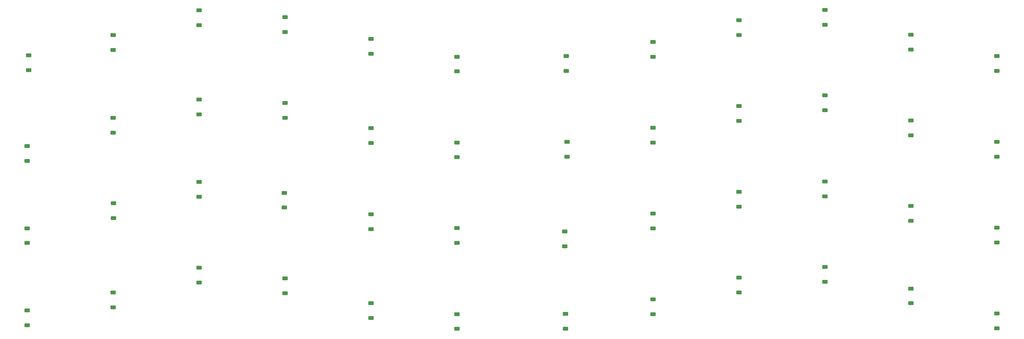
<source format=gbr>
%TF.GenerationSoftware,KiCad,Pcbnew,9.0.7*%
%TF.CreationDate,2026-02-10T15:30:13+05:30*%
%TF.ProjectId,Tao Te Ching,54616f20-5465-4204-9368-696e672e6b69,rev?*%
%TF.SameCoordinates,Original*%
%TF.FileFunction,Paste,Top*%
%TF.FilePolarity,Positive*%
%FSLAX46Y46*%
G04 Gerber Fmt 4.6, Leading zero omitted, Abs format (unit mm)*
G04 Created by KiCad (PCBNEW 9.0.7) date 2026-02-10 15:30:13*
%MOMM*%
%LPD*%
G01*
G04 APERTURE LIST*
G04 Aperture macros list*
%AMRoundRect*
0 Rectangle with rounded corners*
0 $1 Rounding radius*
0 $2 $3 $4 $5 $6 $7 $8 $9 X,Y pos of 4 corners*
0 Add a 4 corners polygon primitive as box body*
4,1,4,$2,$3,$4,$5,$6,$7,$8,$9,$2,$3,0*
0 Add four circle primitives for the rounded corners*
1,1,$1+$1,$2,$3*
1,1,$1+$1,$4,$5*
1,1,$1+$1,$6,$7*
1,1,$1+$1,$8,$9*
0 Add four rect primitives between the rounded corners*
20,1,$1+$1,$2,$3,$4,$5,0*
20,1,$1+$1,$4,$5,$6,$7,0*
20,1,$1+$1,$6,$7,$8,$9,0*
20,1,$1+$1,$8,$9,$2,$3,0*%
G04 Aperture macros list end*
%ADD10RoundRect,0.225000X0.375000X-0.225000X0.375000X0.225000X-0.375000X0.225000X-0.375000X-0.225000X0*%
G04 APERTURE END LIST*
D10*
%TO.C,D22*%
X210166250Y-115832500D03*
X210166250Y-112532500D03*
%TD*%
%TO.C,D38*%
X90487500Y-79437500D03*
X90487500Y-76137500D03*
%TD*%
%TO.C,D41*%
X109537500Y-65150000D03*
X109537500Y-61850000D03*
%TD*%
%TO.C,D42*%
X109537500Y-84993750D03*
X109537500Y-81693750D03*
%TD*%
%TO.C,D44*%
X109537500Y-123825000D03*
X109537500Y-120525000D03*
%TD*%
%TO.C,D19*%
X152666250Y-126213750D03*
X152666250Y-122913750D03*
%TD*%
%TO.C,D25*%
X33670000Y-68847500D03*
X33670000Y-65547500D03*
%TD*%
%TO.C,D39*%
X90312500Y-99343750D03*
X90312500Y-96043750D03*
%TD*%
%TO.C,D40*%
X90487500Y-118331250D03*
X90487500Y-115031250D03*
%TD*%
%TO.C,D23*%
X229216250Y-120595000D03*
X229216250Y-117295000D03*
%TD*%
%TO.C,D16*%
X210166250Y-96845000D03*
X210166250Y-93545000D03*
%TD*%
%TO.C,D18*%
X248266250Y-107101250D03*
X248266250Y-103801250D03*
%TD*%
%TO.C,D35*%
X71437500Y-96900000D03*
X71437500Y-93600000D03*
%TD*%
%TO.C,D24*%
X248266250Y-126151250D03*
X248266250Y-122851250D03*
%TD*%
%TO.C,D17*%
X229216250Y-102276250D03*
X229216250Y-98976250D03*
%TD*%
%TO.C,D14*%
X172066250Y-103926250D03*
X172066250Y-100626250D03*
%TD*%
%TO.C,D48*%
X128587500Y-126268750D03*
X128587500Y-122968750D03*
%TD*%
%TO.C,D32*%
X52387500Y-121443750D03*
X52387500Y-118143750D03*
%TD*%
%TO.C,D27*%
X33337500Y-107218750D03*
X33337500Y-103918750D03*
%TD*%
%TO.C,D5*%
X229216250Y-64238750D03*
X229216250Y-60938750D03*
%TD*%
%TO.C,D13*%
X152491250Y-107957500D03*
X152491250Y-104657500D03*
%TD*%
%TO.C,D29*%
X52387500Y-64356250D03*
X52387500Y-61056250D03*
%TD*%
%TO.C,D28*%
X33337500Y-125475000D03*
X33337500Y-122175000D03*
%TD*%
%TO.C,D7*%
X153016250Y-88051250D03*
X153016250Y-84751250D03*
%TD*%
%TO.C,D6*%
X248266250Y-69001250D03*
X248266250Y-65701250D03*
%TD*%
%TO.C,D8*%
X172066250Y-84876250D03*
X172066250Y-81576250D03*
%TD*%
%TO.C,D1*%
X152841250Y-69001250D03*
X152841250Y-65701250D03*
%TD*%
%TO.C,D45*%
X128587500Y-69118750D03*
X128587500Y-65818750D03*
%TD*%
%TO.C,D21*%
X191116250Y-118213750D03*
X191116250Y-114913750D03*
%TD*%
%TO.C,D46*%
X128587500Y-88168750D03*
X128587500Y-84868750D03*
%TD*%
%TO.C,D43*%
X109537500Y-104106250D03*
X109537500Y-100806250D03*
%TD*%
%TO.C,D33*%
X71437500Y-58800000D03*
X71437500Y-55500000D03*
%TD*%
%TO.C,D15*%
X191116250Y-99163750D03*
X191116250Y-95863750D03*
%TD*%
%TO.C,D10*%
X210166250Y-77732500D03*
X210166250Y-74432500D03*
%TD*%
%TO.C,D34*%
X71437500Y-78643750D03*
X71437500Y-75343750D03*
%TD*%
%TO.C,D4*%
X210166250Y-58745000D03*
X210166250Y-55445000D03*
%TD*%
%TO.C,D30*%
X52387500Y-82675000D03*
X52387500Y-79375000D03*
%TD*%
%TO.C,D3*%
X191116250Y-61063750D03*
X191116250Y-57763750D03*
%TD*%
%TO.C,D37*%
X90487500Y-60387500D03*
X90487500Y-57087500D03*
%TD*%
%TO.C,D2*%
X172066250Y-65826250D03*
X172066250Y-62526250D03*
%TD*%
%TO.C,D36*%
X71437500Y-115950000D03*
X71437500Y-112650000D03*
%TD*%
%TO.C,D20*%
X172066250Y-122976250D03*
X172066250Y-119676250D03*
%TD*%
%TO.C,D26*%
X33337500Y-88962500D03*
X33337500Y-85662500D03*
%TD*%
%TO.C,D12*%
X248266250Y-88051250D03*
X248266250Y-84751250D03*
%TD*%
%TO.C,D11*%
X229216250Y-83288750D03*
X229216250Y-79988750D03*
%TD*%
%TO.C,D47*%
X128587500Y-107156250D03*
X128587500Y-103856250D03*
%TD*%
%TO.C,D31*%
X52481250Y-101662500D03*
X52481250Y-98362500D03*
%TD*%
%TO.C,D9*%
X191116250Y-80113750D03*
X191116250Y-76813750D03*
%TD*%
M02*

</source>
